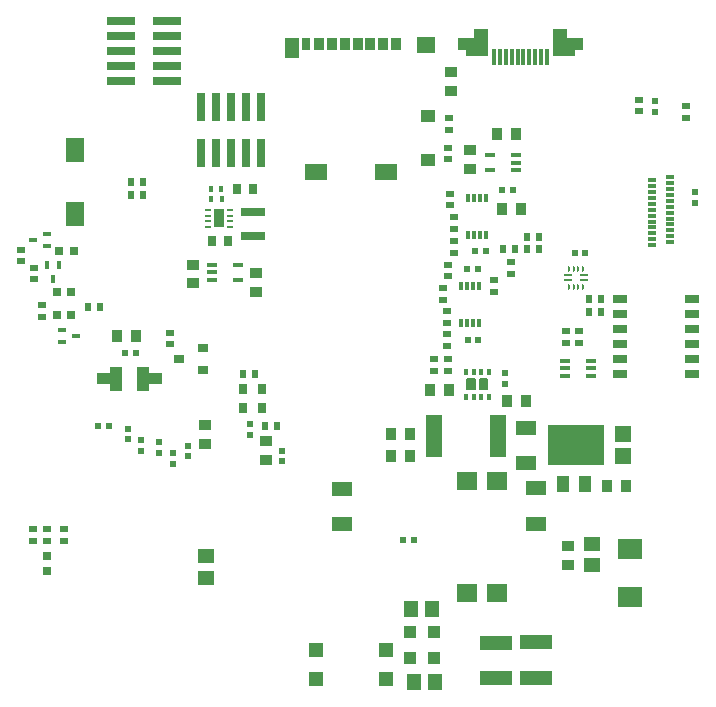
<source format=gbp>
G04*
G04 #@! TF.GenerationSoftware,Altium Limited,Altium Designer,20.0.13 (296)*
G04*
G04 Layer_Color=128*
%FSLAX44Y44*%
%MOMM*%
G71*
G01*
G75*
%ADD20R,0.8500X0.3500*%
%ADD21R,0.6500X0.5500*%
%ADD22R,0.6200X0.6200*%
%ADD23R,0.9000X1.0000*%
%ADD24R,0.6200X0.6200*%
%ADD26R,0.4500X0.5500*%
%ADD29R,1.2000X1.2000*%
%ADD30R,1.0000X0.9000*%
%ADD37R,0.5500X0.6500*%
%ADD103R,0.3000X0.8000*%
%ADD139R,2.0000X0.8000*%
%ADD140R,0.9000X1.6000*%
%ADD141R,0.5000X0.2800*%
%ADD142R,0.7500X0.3000*%
%ADD144R,1.0000X2.0000*%
%ADD145R,0.9800X0.9200*%
%ADD146R,0.6500X0.8500*%
%ADD147R,0.7000X0.9000*%
%ADD148R,1.1500X1.4500*%
%ADD149R,1.0000X1.0000*%
%ADD150R,1.8000X1.1500*%
%ADD151R,2.7000X1.1500*%
G04:AMPARAMS|DCode=152|XSize=0.2mm|YSize=0.7mm|CornerRadius=0.05mm|HoleSize=0mm|Usage=FLASHONLY|Rotation=90.000|XOffset=0mm|YOffset=0mm|HoleType=Round|Shape=RoundedRectangle|*
%AMROUNDEDRECTD152*
21,1,0.2000,0.6000,0,0,90.0*
21,1,0.1000,0.7000,0,0,90.0*
1,1,0.1000,0.3000,0.0500*
1,1,0.1000,0.3000,-0.0500*
1,1,0.1000,-0.3000,-0.0500*
1,1,0.1000,-0.3000,0.0500*
%
%ADD152ROUNDEDRECTD152*%
G04:AMPARAMS|DCode=153|XSize=0.2mm|YSize=0.5mm|CornerRadius=0.05mm|HoleSize=0mm|Usage=FLASHONLY|Rotation=0.000|XOffset=0mm|YOffset=0mm|HoleType=Round|Shape=RoundedRectangle|*
%AMROUNDEDRECTD153*
21,1,0.2000,0.4000,0,0,0.0*
21,1,0.1000,0.5000,0,0,0.0*
1,1,0.1000,0.0500,-0.2000*
1,1,0.1000,-0.0500,-0.2000*
1,1,0.1000,-0.0500,0.2000*
1,1,0.1000,0.0500,0.2000*
%
%ADD153ROUNDEDRECTD153*%
%ADD154R,0.9000X0.8000*%
%ADD155R,0.8000X0.8000*%
%ADD156R,0.8000X0.8000*%
%ADD157R,1.4000X3.5600*%
%ADD158R,1.7800X1.5200*%
%ADD159R,1.5000X2.0000*%
%ADD160R,2.4000X0.7600*%
%ADD161R,0.7600X2.4000*%
%ADD162R,1.2500X0.7600*%
%ADD163R,1.0500X1.4000*%
%ADD164R,1.4000X1.3900*%
%ADD165R,4.8600X3.3600*%
%ADD166R,1.4500X1.1500*%
%ADD169R,0.7100X0.3000*%
%ADD170R,0.3000X0.7100*%
%ADD171R,0.3050X1.4050*%
%ADD172R,1.5500X1.3500*%
%ADD173R,1.1700X1.8000*%
%ADD174R,1.9000X1.3500*%
%ADD175R,1.2000X1.0000*%
%ADD176R,0.8500X1.1000*%
%ADD177R,0.8750X1.1000*%
%ADD178R,0.7500X1.1000*%
%ADD179R,2.1590X1.7780*%
%ADD183R,1.2500X2.3000*%
%ADD184R,2.6500X1.1000*%
%ADD185R,1.9500X1.6000*%
G04:AMPARAMS|DCode=215|XSize=0.5mm|YSize=0.4mm|CornerRadius=0mm|HoleSize=0mm|Usage=FLASHONLY|Rotation=90.000|XOffset=0mm|YOffset=0mm|HoleType=Round|Shape=RoundedRectangle|*
%AMROUNDEDRECTD215*
21,1,0.5000,0.4000,0,0,90.0*
21,1,0.5000,0.4000,0,0,90.0*
1,1,0.0000,0.2000,0.2500*
1,1,0.0000,0.2000,-0.2500*
1,1,0.0000,-0.2000,-0.2500*
1,1,0.0000,-0.2000,0.2500*
%
%ADD215ROUNDEDRECTD215*%
%ADD232R,0.8500X0.3500*%
G36*
X137792Y272671D02*
X121792D01*
Y281671D01*
X137792D01*
Y272671D01*
D02*
G37*
G36*
X98792D02*
X83292D01*
Y281671D01*
X98792D01*
Y272671D01*
D02*
G37*
G36*
X413956Y277155D02*
X414237Y276873D01*
X414390Y276506D01*
Y276307D01*
Y268307D01*
Y268108D01*
X414237Y267740D01*
X413956Y267459D01*
X413589Y267307D01*
X407191D01*
X406823Y267459D01*
X406542Y267740D01*
X406390Y268108D01*
Y268307D01*
Y276307D01*
Y276506D01*
X406542Y276873D01*
X406823Y277155D01*
X407191Y277307D01*
X413589D01*
X413956Y277155D01*
D02*
G37*
G36*
X403456D02*
X403737Y276873D01*
X403890Y276506D01*
Y276307D01*
Y268307D01*
Y268108D01*
X403737Y267740D01*
X403456Y267459D01*
X403089Y267307D01*
X396691D01*
X396323Y267459D01*
X396042Y267740D01*
X395890Y268108D01*
Y268307D01*
Y276307D01*
Y276506D01*
X396042Y276873D01*
X396323Y277155D01*
X396691Y277307D01*
X403089D01*
X403456Y277155D01*
D02*
G37*
D20*
X479500Y292250D02*
D03*
Y285750D02*
D03*
Y279250D02*
D03*
X501500D02*
D03*
Y285750D02*
D03*
Y292250D02*
D03*
D21*
X418826Y360873D02*
D03*
Y350873D02*
D03*
X379406Y314585D02*
D03*
Y304585D02*
D03*
X376337Y354001D02*
D03*
Y344001D02*
D03*
X379124Y324410D02*
D03*
Y334410D02*
D03*
X379890Y363709D02*
D03*
Y373709D02*
D03*
X385538Y403963D02*
D03*
Y413963D02*
D03*
X381992Y423759D02*
D03*
Y433759D02*
D03*
X385349Y383742D02*
D03*
Y393742D02*
D03*
X582000Y507698D02*
D03*
Y497698D02*
D03*
X380987Y487667D02*
D03*
Y497667D02*
D03*
X433636Y365783D02*
D03*
Y375783D02*
D03*
X541890Y503415D02*
D03*
Y513415D02*
D03*
X480185Y317097D02*
D03*
Y307097D02*
D03*
X490899Y317087D02*
D03*
Y307087D02*
D03*
X380500Y462750D02*
D03*
Y472750D02*
D03*
X54918Y149984D02*
D03*
Y139984D02*
D03*
X40985Y149984D02*
D03*
Y139984D02*
D03*
X29000Y149984D02*
D03*
Y139984D02*
D03*
X18642Y376451D02*
D03*
Y386451D02*
D03*
X36205Y339632D02*
D03*
Y329632D02*
D03*
X29727Y371149D02*
D03*
Y361149D02*
D03*
X379890Y283377D02*
D03*
Y293377D02*
D03*
X368803Y283377D02*
D03*
Y293377D02*
D03*
X144540Y306156D02*
D03*
Y316156D02*
D03*
D22*
X240119Y216028D02*
D03*
Y207028D02*
D03*
X212619Y229528D02*
D03*
Y238528D02*
D03*
X555904Y511915D02*
D03*
Y502915D02*
D03*
X147500Y205000D02*
D03*
Y214000D02*
D03*
X120500Y216000D02*
D03*
Y225000D02*
D03*
X135750Y214250D02*
D03*
Y223250D02*
D03*
X160250Y211500D02*
D03*
Y220500D02*
D03*
X109250Y225750D02*
D03*
Y234750D02*
D03*
X589749Y434969D02*
D03*
Y425969D02*
D03*
X428840Y273029D02*
D03*
Y282029D02*
D03*
D23*
X116250Y313250D02*
D03*
X100250D02*
D03*
X442251Y420582D02*
D03*
X426251D02*
D03*
X437500Y484500D02*
D03*
X421500D02*
D03*
X381330Y267919D02*
D03*
X365330D02*
D03*
X530893Y186200D02*
D03*
X514893D02*
D03*
X331725Y230398D02*
D03*
X347725D02*
D03*
X430499Y258536D02*
D03*
X446499D02*
D03*
X348275Y211528D02*
D03*
X332275D02*
D03*
D24*
X115722Y298642D02*
D03*
X106721D02*
D03*
X351179Y140716D02*
D03*
X342178D02*
D03*
X396275Y369772D02*
D03*
X405275D02*
D03*
X405999Y309585D02*
D03*
X396999D02*
D03*
X425908Y437242D02*
D03*
X434908D02*
D03*
X412121Y385249D02*
D03*
X403121D02*
D03*
X84000Y236750D02*
D03*
X93000D02*
D03*
X487370Y383614D02*
D03*
X496370D02*
D03*
D26*
X188299Y437818D02*
D03*
X179299D02*
D03*
X179509Y429250D02*
D03*
X188509D02*
D03*
D29*
X268750Y47750D02*
D03*
Y22750D02*
D03*
X327750Y47750D02*
D03*
Y22750D02*
D03*
D30*
X217987Y366770D02*
D03*
Y350770D02*
D03*
X164198Y357738D02*
D03*
Y373738D02*
D03*
X174250Y237750D02*
D03*
Y221750D02*
D03*
X382892Y520798D02*
D03*
Y536798D02*
D03*
X482250Y135250D02*
D03*
Y119250D02*
D03*
X398500Y470500D02*
D03*
Y454500D02*
D03*
D37*
X122000Y443750D02*
D03*
X112000D02*
D03*
X112000Y432500D02*
D03*
X122000D02*
D03*
X225620Y237278D02*
D03*
X235620D02*
D03*
X207061Y281250D02*
D03*
X217061D02*
D03*
X499688Y333440D02*
D03*
X509688D02*
D03*
X447393Y387011D02*
D03*
X457393D02*
D03*
X427225Y386558D02*
D03*
X437225D02*
D03*
X499688Y344768D02*
D03*
X509688D02*
D03*
X457090Y397490D02*
D03*
X447090D02*
D03*
X85493Y337973D02*
D03*
X75493D02*
D03*
D103*
X406499Y324660D02*
D03*
X401499D02*
D03*
X396499D02*
D03*
X391499D02*
D03*
X406499Y355660D02*
D03*
X401499D02*
D03*
X396499D02*
D03*
X391499D02*
D03*
X412000Y398779D02*
D03*
X407000D02*
D03*
X402000D02*
D03*
X397000D02*
D03*
X412000Y429780D02*
D03*
X407000D02*
D03*
X402000D02*
D03*
X397000D02*
D03*
D139*
X215250Y398250D02*
D03*
Y418250D02*
D03*
D140*
X186509Y412750D02*
D03*
D141*
X177009Y405250D02*
D03*
Y410250D02*
D03*
Y415250D02*
D03*
Y420250D02*
D03*
X196009Y405250D02*
D03*
Y410250D02*
D03*
Y415250D02*
D03*
Y420250D02*
D03*
D142*
X568000Y392698D02*
D03*
Y402698D02*
D03*
Y407698D02*
D03*
Y412698D02*
D03*
Y422698D02*
D03*
Y427698D02*
D03*
Y432698D02*
D03*
Y442698D02*
D03*
Y447698D02*
D03*
Y397698D02*
D03*
Y417698D02*
D03*
Y437698D02*
D03*
X552900Y390198D02*
D03*
Y400198D02*
D03*
Y405198D02*
D03*
Y410198D02*
D03*
Y420198D02*
D03*
Y425198D02*
D03*
Y430198D02*
D03*
Y440198D02*
D03*
Y445198D02*
D03*
Y395198D02*
D03*
Y415198D02*
D03*
Y435198D02*
D03*
D144*
X121792Y277171D02*
D03*
X98792D02*
D03*
D145*
X226369Y224428D02*
D03*
Y208628D02*
D03*
D146*
X206369Y268028D02*
D03*
X222869Y252528D02*
D03*
X206369D02*
D03*
X222869Y268028D02*
D03*
D147*
X201259Y437750D02*
D03*
X215259D02*
D03*
X180215Y393827D02*
D03*
X194215D02*
D03*
D148*
X351058Y20665D02*
D03*
X369058D02*
D03*
X348750Y82250D02*
D03*
X366750D02*
D03*
D149*
X368250Y62750D02*
D03*
Y40750D02*
D03*
X347858Y62639D02*
D03*
Y40639D02*
D03*
X404675Y559115D02*
D03*
X478825Y559195D02*
D03*
D150*
X454500Y154250D02*
D03*
Y184250D02*
D03*
X290592Y153718D02*
D03*
Y183718D02*
D03*
X445972Y205504D02*
D03*
Y235504D02*
D03*
D151*
X455000Y23900D02*
D03*
Y53900D02*
D03*
X420500Y23500D02*
D03*
Y53500D02*
D03*
D152*
X495213Y364586D02*
D03*
Y360586D02*
D03*
X482213D02*
D03*
Y364586D02*
D03*
D153*
X494713Y355086D02*
D03*
X490713D02*
D03*
X486713D02*
D03*
X482713D02*
D03*
Y370086D02*
D03*
X486713D02*
D03*
X490713D02*
D03*
X494713D02*
D03*
D154*
X152500Y293750D02*
D03*
X172500Y303250D02*
D03*
Y284250D02*
D03*
D155*
X48877Y350374D02*
D03*
X61377D02*
D03*
X61415Y330974D02*
D03*
X48915D02*
D03*
X51250Y385000D02*
D03*
X63750D02*
D03*
D156*
X40486Y114321D02*
D03*
Y126821D02*
D03*
D157*
X368200Y228250D02*
D03*
X422800D02*
D03*
D158*
X421700Y95650D02*
D03*
X396300D02*
D03*
X421700Y190850D02*
D03*
X396300D02*
D03*
D159*
X64764Y416750D02*
D03*
Y470750D02*
D03*
D160*
X103250Y529350D02*
D03*
Y542050D02*
D03*
Y554750D02*
D03*
Y567450D02*
D03*
Y580150D02*
D03*
X142250Y529350D02*
D03*
Y542050D02*
D03*
Y554750D02*
D03*
Y567450D02*
D03*
Y580150D02*
D03*
D161*
X171150Y507250D02*
D03*
X183850D02*
D03*
X196550D02*
D03*
X209250D02*
D03*
X221950D02*
D03*
X171150Y468250D02*
D03*
X183850D02*
D03*
X196550D02*
D03*
X209250D02*
D03*
X221950D02*
D03*
D162*
X587018Y344418D02*
D03*
Y331718D02*
D03*
Y319018D02*
D03*
Y306318D02*
D03*
Y293618D02*
D03*
Y280918D02*
D03*
X525518Y344418D02*
D03*
Y331718D02*
D03*
Y319018D02*
D03*
Y306318D02*
D03*
Y293618D02*
D03*
Y280918D02*
D03*
D163*
X496206Y187600D02*
D03*
X477206D02*
D03*
D164*
X528648Y230204D02*
D03*
Y211803D02*
D03*
D165*
X488828Y221003D02*
D03*
D166*
X175250Y126774D02*
D03*
Y108774D02*
D03*
X502500Y119250D02*
D03*
Y137250D02*
D03*
D169*
X40850Y399820D02*
D03*
Y389821D02*
D03*
X28650Y394820D02*
D03*
X53365Y308409D02*
D03*
Y318409D02*
D03*
X65565Y313409D02*
D03*
D170*
X40610Y373503D02*
D03*
X50610D02*
D03*
X45610Y361303D02*
D03*
D171*
X419165Y549305D02*
D03*
D03*
X424165D02*
D03*
X429165D02*
D03*
X434165D02*
D03*
X439165D02*
D03*
X444165D02*
D03*
X449165D02*
D03*
X454165D02*
D03*
X459165D02*
D03*
X464165D02*
D03*
D172*
X361225Y559375D02*
D03*
D173*
X248025Y557125D02*
D03*
D174*
X327975Y452375D02*
D03*
X268275D02*
D03*
D175*
X362975Y462125D02*
D03*
Y499125D02*
D03*
D176*
X336625Y560625D02*
D03*
X314625D02*
D03*
X303625D02*
D03*
X292625D02*
D03*
X281625D02*
D03*
X270625D02*
D03*
D177*
X325625D02*
D03*
D178*
X260125D02*
D03*
D179*
X534250Y92180D02*
D03*
Y132820D02*
D03*
D183*
X408416Y561806D02*
D03*
X474917Y561806D02*
D03*
D184*
X401415Y560805D02*
D03*
X481915Y560805D02*
D03*
D185*
X404915Y558305D02*
D03*
X478415Y558305D02*
D03*
D215*
X414890Y282807D02*
D03*
X408390D02*
D03*
X401890D02*
D03*
X395390D02*
D03*
Y261807D02*
D03*
X401890D02*
D03*
X408390D02*
D03*
X414890D02*
D03*
D232*
X180418Y367067D02*
D03*
Y360566D02*
D03*
X202418D02*
D03*
X180418Y373567D02*
D03*
X202418D02*
D03*
X437500Y460000D02*
D03*
Y466500D02*
D03*
X415500D02*
D03*
X437500Y453500D02*
D03*
X415500D02*
D03*
M02*

</source>
